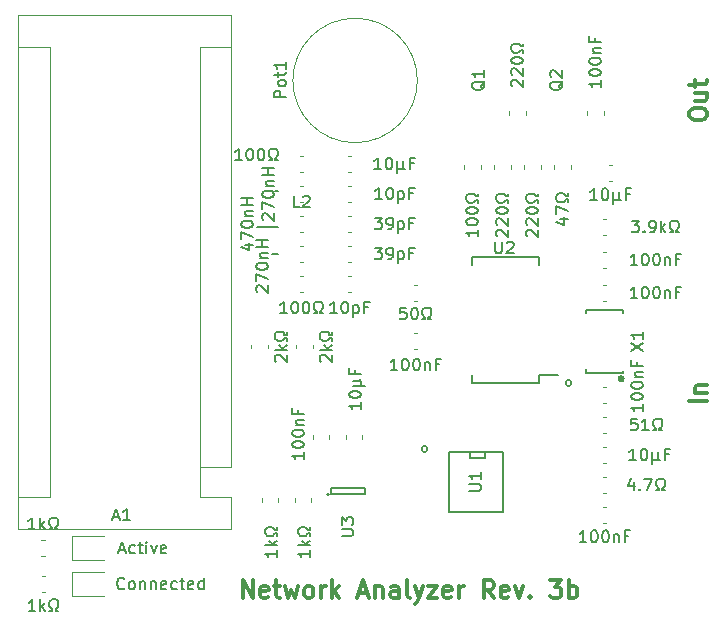
<source format=gbr>
G04 #@! TF.GenerationSoftware,KiCad,Pcbnew,6.0.0-rc1-unknown-0cca1c6~65~ubuntu16.04.1*
G04 #@! TF.CreationDate,2018-08-01T17:44:40+02:00*
G04 #@! TF.ProjectId,ArduinoSpecAn,41726475696E6F53706563416E2E6B69,1.0*
G04 #@! TF.SameCoordinates,Original*
G04 #@! TF.FileFunction,Legend,Top*
G04 #@! TF.FilePolarity,Positive*
%FSLAX46Y46*%
G04 Gerber Fmt 4.6, Leading zero omitted, Abs format (unit mm)*
G04 Created by KiCad (PCBNEW 6.0.0-rc1-unknown-0cca1c6~65~ubuntu16.04.1) date Wed Aug  1 17:44:40 2018*
%MOMM*%
%LPD*%
G01*
G04 APERTURE LIST*
%ADD10C,0.150000*%
%ADD11C,0.300000*%
%ADD12C,0.120000*%
G04 APERTURE END LIST*
D10*
X130048000Y-100838000D02*
X129794000Y-100838000D01*
X130048000Y-103886000D02*
X128270000Y-103886000D01*
X130048000Y-106172000D02*
X129540000Y-106172000D01*
X142748000Y-122682000D02*
G75*
G03X142748000Y-122682000I-254000J0D01*
G01*
X154940000Y-117094000D02*
G75*
G03X154940000Y-117094000I-254000J0D01*
G01*
X116618000Y-131230666D02*
X117094190Y-131230666D01*
X116522761Y-131516380D02*
X116856095Y-130516380D01*
X117189428Y-131516380D01*
X117951333Y-131468761D02*
X117856095Y-131516380D01*
X117665619Y-131516380D01*
X117570380Y-131468761D01*
X117522761Y-131421142D01*
X117475142Y-131325904D01*
X117475142Y-131040190D01*
X117522761Y-130944952D01*
X117570380Y-130897333D01*
X117665619Y-130849714D01*
X117856095Y-130849714D01*
X117951333Y-130897333D01*
X118237047Y-130849714D02*
X118618000Y-130849714D01*
X118379904Y-130516380D02*
X118379904Y-131373523D01*
X118427523Y-131468761D01*
X118522761Y-131516380D01*
X118618000Y-131516380D01*
X118951333Y-131516380D02*
X118951333Y-130849714D01*
X118951333Y-130516380D02*
X118903714Y-130564000D01*
X118951333Y-130611619D01*
X118998952Y-130564000D01*
X118951333Y-130516380D01*
X118951333Y-130611619D01*
X119332285Y-130849714D02*
X119570380Y-131516380D01*
X119808476Y-130849714D01*
X120570380Y-131468761D02*
X120475142Y-131516380D01*
X120284666Y-131516380D01*
X120189428Y-131468761D01*
X120141809Y-131373523D01*
X120141809Y-130992571D01*
X120189428Y-130897333D01*
X120284666Y-130849714D01*
X120475142Y-130849714D01*
X120570380Y-130897333D01*
X120618000Y-130992571D01*
X120618000Y-131087809D01*
X120141809Y-131183047D01*
X117070571Y-134469142D02*
X117022952Y-134516761D01*
X116880095Y-134564380D01*
X116784857Y-134564380D01*
X116642000Y-134516761D01*
X116546761Y-134421523D01*
X116499142Y-134326285D01*
X116451523Y-134135809D01*
X116451523Y-133992952D01*
X116499142Y-133802476D01*
X116546761Y-133707238D01*
X116642000Y-133612000D01*
X116784857Y-133564380D01*
X116880095Y-133564380D01*
X117022952Y-133612000D01*
X117070571Y-133659619D01*
X117642000Y-134564380D02*
X117546761Y-134516761D01*
X117499142Y-134469142D01*
X117451523Y-134373904D01*
X117451523Y-134088190D01*
X117499142Y-133992952D01*
X117546761Y-133945333D01*
X117642000Y-133897714D01*
X117784857Y-133897714D01*
X117880095Y-133945333D01*
X117927714Y-133992952D01*
X117975333Y-134088190D01*
X117975333Y-134373904D01*
X117927714Y-134469142D01*
X117880095Y-134516761D01*
X117784857Y-134564380D01*
X117642000Y-134564380D01*
X118403904Y-133897714D02*
X118403904Y-134564380D01*
X118403904Y-133992952D02*
X118451523Y-133945333D01*
X118546761Y-133897714D01*
X118689619Y-133897714D01*
X118784857Y-133945333D01*
X118832476Y-134040571D01*
X118832476Y-134564380D01*
X119308666Y-133897714D02*
X119308666Y-134564380D01*
X119308666Y-133992952D02*
X119356285Y-133945333D01*
X119451523Y-133897714D01*
X119594380Y-133897714D01*
X119689619Y-133945333D01*
X119737238Y-134040571D01*
X119737238Y-134564380D01*
X120594380Y-134516761D02*
X120499142Y-134564380D01*
X120308666Y-134564380D01*
X120213428Y-134516761D01*
X120165809Y-134421523D01*
X120165809Y-134040571D01*
X120213428Y-133945333D01*
X120308666Y-133897714D01*
X120499142Y-133897714D01*
X120594380Y-133945333D01*
X120642000Y-134040571D01*
X120642000Y-134135809D01*
X120165809Y-134231047D01*
X121499142Y-134516761D02*
X121403904Y-134564380D01*
X121213428Y-134564380D01*
X121118190Y-134516761D01*
X121070571Y-134469142D01*
X121022952Y-134373904D01*
X121022952Y-134088190D01*
X121070571Y-133992952D01*
X121118190Y-133945333D01*
X121213428Y-133897714D01*
X121403904Y-133897714D01*
X121499142Y-133945333D01*
X121784857Y-133897714D02*
X122165809Y-133897714D01*
X121927714Y-133564380D02*
X121927714Y-134421523D01*
X121975333Y-134516761D01*
X122070571Y-134564380D01*
X122165809Y-134564380D01*
X122880095Y-134516761D02*
X122784857Y-134564380D01*
X122594380Y-134564380D01*
X122499142Y-134516761D01*
X122451523Y-134421523D01*
X122451523Y-134040571D01*
X122499142Y-133945333D01*
X122594380Y-133897714D01*
X122784857Y-133897714D01*
X122880095Y-133945333D01*
X122927714Y-134040571D01*
X122927714Y-134135809D01*
X122451523Y-134231047D01*
X123784857Y-134564380D02*
X123784857Y-133564380D01*
X123784857Y-134516761D02*
X123689619Y-134564380D01*
X123499142Y-134564380D01*
X123403904Y-134516761D01*
X123356285Y-134469142D01*
X123308666Y-134373904D01*
X123308666Y-134088190D01*
X123356285Y-133992952D01*
X123403904Y-133945333D01*
X123499142Y-133897714D01*
X123689619Y-133897714D01*
X123784857Y-133945333D01*
D11*
X127081142Y-135298571D02*
X127081142Y-133798571D01*
X127938285Y-135298571D01*
X127938285Y-133798571D01*
X129224000Y-135227142D02*
X129081142Y-135298571D01*
X128795428Y-135298571D01*
X128652571Y-135227142D01*
X128581142Y-135084285D01*
X128581142Y-134512857D01*
X128652571Y-134370000D01*
X128795428Y-134298571D01*
X129081142Y-134298571D01*
X129224000Y-134370000D01*
X129295428Y-134512857D01*
X129295428Y-134655714D01*
X128581142Y-134798571D01*
X129724000Y-134298571D02*
X130295428Y-134298571D01*
X129938285Y-133798571D02*
X129938285Y-135084285D01*
X130009714Y-135227142D01*
X130152571Y-135298571D01*
X130295428Y-135298571D01*
X130652571Y-134298571D02*
X130938285Y-135298571D01*
X131224000Y-134584285D01*
X131509714Y-135298571D01*
X131795428Y-134298571D01*
X132581142Y-135298571D02*
X132438285Y-135227142D01*
X132366857Y-135155714D01*
X132295428Y-135012857D01*
X132295428Y-134584285D01*
X132366857Y-134441428D01*
X132438285Y-134370000D01*
X132581142Y-134298571D01*
X132795428Y-134298571D01*
X132938285Y-134370000D01*
X133009714Y-134441428D01*
X133081142Y-134584285D01*
X133081142Y-135012857D01*
X133009714Y-135155714D01*
X132938285Y-135227142D01*
X132795428Y-135298571D01*
X132581142Y-135298571D01*
X133724000Y-135298571D02*
X133724000Y-134298571D01*
X133724000Y-134584285D02*
X133795428Y-134441428D01*
X133866857Y-134370000D01*
X134009714Y-134298571D01*
X134152571Y-134298571D01*
X134652571Y-135298571D02*
X134652571Y-133798571D01*
X134795428Y-134727142D02*
X135224000Y-135298571D01*
X135224000Y-134298571D02*
X134652571Y-134870000D01*
X136938285Y-134870000D02*
X137652571Y-134870000D01*
X136795428Y-135298571D02*
X137295428Y-133798571D01*
X137795428Y-135298571D01*
X138295428Y-134298571D02*
X138295428Y-135298571D01*
X138295428Y-134441428D02*
X138366857Y-134370000D01*
X138509714Y-134298571D01*
X138724000Y-134298571D01*
X138866857Y-134370000D01*
X138938285Y-134512857D01*
X138938285Y-135298571D01*
X140295428Y-135298571D02*
X140295428Y-134512857D01*
X140224000Y-134370000D01*
X140081142Y-134298571D01*
X139795428Y-134298571D01*
X139652571Y-134370000D01*
X140295428Y-135227142D02*
X140152571Y-135298571D01*
X139795428Y-135298571D01*
X139652571Y-135227142D01*
X139581142Y-135084285D01*
X139581142Y-134941428D01*
X139652571Y-134798571D01*
X139795428Y-134727142D01*
X140152571Y-134727142D01*
X140295428Y-134655714D01*
X141224000Y-135298571D02*
X141081142Y-135227142D01*
X141009714Y-135084285D01*
X141009714Y-133798571D01*
X141652571Y-134298571D02*
X142009714Y-135298571D01*
X142366857Y-134298571D02*
X142009714Y-135298571D01*
X141866857Y-135655714D01*
X141795428Y-135727142D01*
X141652571Y-135798571D01*
X142795428Y-134298571D02*
X143581142Y-134298571D01*
X142795428Y-135298571D01*
X143581142Y-135298571D01*
X144724000Y-135227142D02*
X144581142Y-135298571D01*
X144295428Y-135298571D01*
X144152571Y-135227142D01*
X144081142Y-135084285D01*
X144081142Y-134512857D01*
X144152571Y-134370000D01*
X144295428Y-134298571D01*
X144581142Y-134298571D01*
X144724000Y-134370000D01*
X144795428Y-134512857D01*
X144795428Y-134655714D01*
X144081142Y-134798571D01*
X145438285Y-135298571D02*
X145438285Y-134298571D01*
X145438285Y-134584285D02*
X145509714Y-134441428D01*
X145581142Y-134370000D01*
X145724000Y-134298571D01*
X145866857Y-134298571D01*
X148366857Y-135298571D02*
X147866857Y-134584285D01*
X147509714Y-135298571D02*
X147509714Y-133798571D01*
X148081142Y-133798571D01*
X148224000Y-133870000D01*
X148295428Y-133941428D01*
X148366857Y-134084285D01*
X148366857Y-134298571D01*
X148295428Y-134441428D01*
X148224000Y-134512857D01*
X148081142Y-134584285D01*
X147509714Y-134584285D01*
X149581142Y-135227142D02*
X149438285Y-135298571D01*
X149152571Y-135298571D01*
X149009714Y-135227142D01*
X148938285Y-135084285D01*
X148938285Y-134512857D01*
X149009714Y-134370000D01*
X149152571Y-134298571D01*
X149438285Y-134298571D01*
X149581142Y-134370000D01*
X149652571Y-134512857D01*
X149652571Y-134655714D01*
X148938285Y-134798571D01*
X150152571Y-134298571D02*
X150509714Y-135298571D01*
X150866857Y-134298571D01*
X151438285Y-135155714D02*
X151509714Y-135227142D01*
X151438285Y-135298571D01*
X151366857Y-135227142D01*
X151438285Y-135155714D01*
X151438285Y-135298571D01*
X153152571Y-133798571D02*
X154081142Y-133798571D01*
X153581142Y-134370000D01*
X153795428Y-134370000D01*
X153938285Y-134441428D01*
X154009714Y-134512857D01*
X154081142Y-134655714D01*
X154081142Y-135012857D01*
X154009714Y-135155714D01*
X153938285Y-135227142D01*
X153795428Y-135298571D01*
X153366857Y-135298571D01*
X153224000Y-135227142D01*
X153152571Y-135155714D01*
X154724000Y-135298571D02*
X154724000Y-133798571D01*
X154724000Y-134370000D02*
X154866857Y-134298571D01*
X155152571Y-134298571D01*
X155295428Y-134370000D01*
X155366857Y-134441428D01*
X155438285Y-134584285D01*
X155438285Y-135012857D01*
X155366857Y-135155714D01*
X155295428Y-135227142D01*
X155152571Y-135298571D01*
X154866857Y-135298571D01*
X154724000Y-135227142D01*
X166413571Y-118661571D02*
X164913571Y-118661571D01*
X165413571Y-117947285D02*
X166413571Y-117947285D01*
X165556428Y-117947285D02*
X165485000Y-117875857D01*
X165413571Y-117733000D01*
X165413571Y-117518714D01*
X165485000Y-117375857D01*
X165627857Y-117304428D01*
X166413571Y-117304428D01*
X164922318Y-94473704D02*
X164920323Y-94187996D01*
X164990752Y-94044644D01*
X165132609Y-93900793D01*
X165417817Y-93827372D01*
X165917805Y-93823881D01*
X166204011Y-93893313D01*
X166347862Y-94035169D01*
X166420286Y-94177524D01*
X166422281Y-94463232D01*
X166351851Y-94606584D01*
X166209995Y-94750435D01*
X165924786Y-94823857D01*
X165424799Y-94827347D01*
X165138593Y-94757915D01*
X164994742Y-94616059D01*
X164922318Y-94473704D01*
X165408841Y-92541689D02*
X166408817Y-92534707D01*
X165413329Y-93184530D02*
X166199025Y-93179045D01*
X166341380Y-93106621D01*
X166411809Y-92963268D01*
X166410313Y-92748988D01*
X166337889Y-92606633D01*
X166265963Y-92535705D01*
X165405351Y-92041701D02*
X165401362Y-91470286D01*
X164903867Y-91830911D02*
X166189550Y-91821935D01*
X166331905Y-91749511D01*
X166402335Y-91606159D01*
X166401337Y-91463305D01*
D12*
G04 #@! TO.C,C15*
X133021000Y-121816000D02*
X133021000Y-121516000D01*
X134441000Y-121816000D02*
X134441000Y-121516000D01*
G04 #@! TO.C,C14*
X141882000Y-112828000D02*
X141582000Y-112828000D01*
X141882000Y-114248000D02*
X141582000Y-114248000D01*
G04 #@! TO.C,C13*
X157682000Y-94084000D02*
X157682000Y-94384000D01*
X156262000Y-94084000D02*
X156262000Y-94384000D01*
G04 #@! TO.C,C12*
X157584000Y-107390000D02*
X157884000Y-107390000D01*
X157584000Y-105970000D02*
X157884000Y-105970000D01*
G04 #@! TO.C,C11*
X157584000Y-108764000D02*
X157884000Y-108764000D01*
X157584000Y-110184000D02*
X157884000Y-110184000D01*
G04 #@! TO.C,C10*
X135994000Y-101802000D02*
X136294000Y-101802000D01*
X135994000Y-100382000D02*
X136294000Y-100382000D01*
G04 #@! TO.C,C9*
X135994000Y-102922000D02*
X136294000Y-102922000D01*
X135994000Y-104342000D02*
X136294000Y-104342000D01*
G04 #@! TO.C,C8*
X135994000Y-106882000D02*
X136294000Y-106882000D01*
X135994000Y-105462000D02*
X136294000Y-105462000D01*
G04 #@! TO.C,C7*
X135994000Y-108002000D02*
X136294000Y-108002000D01*
X135994000Y-109422000D02*
X136294000Y-109422000D01*
G04 #@! TO.C,C6*
X158092000Y-100024000D02*
X158392000Y-100024000D01*
X158092000Y-98604000D02*
X158392000Y-98604000D01*
G04 #@! TO.C,C5*
X157584000Y-127560000D02*
X157884000Y-127560000D01*
X157584000Y-128980000D02*
X157884000Y-128980000D01*
G04 #@! TO.C,C4*
X157884000Y-122480000D02*
X157584000Y-122480000D01*
X157884000Y-123900000D02*
X157584000Y-123900000D01*
G04 #@! TO.C,C3*
X135994000Y-97842000D02*
X136294000Y-97842000D01*
X135994000Y-99262000D02*
X136294000Y-99262000D01*
G04 #@! TO.C,C2*
X135815000Y-121516000D02*
X135815000Y-121816000D01*
X137235000Y-121516000D02*
X137235000Y-121816000D01*
G04 #@! TO.C,C1*
X157584000Y-117400000D02*
X157884000Y-117400000D01*
X157584000Y-118820000D02*
X157884000Y-118820000D01*
G04 #@! TO.C,L2*
X131930000Y-102922000D02*
X132230000Y-102922000D01*
X131930000Y-104342000D02*
X132230000Y-104342000D01*
G04 #@! TO.C,L1*
X131930000Y-106882000D02*
X132230000Y-106882000D01*
X131930000Y-105462000D02*
X132230000Y-105462000D01*
G04 #@! TO.C,L3*
X131930000Y-100382000D02*
X132230000Y-100382000D01*
X131930000Y-101802000D02*
X132230000Y-101802000D01*
G04 #@! TO.C,R13*
X132230000Y-99262000D02*
X131930000Y-99262000D01*
X132230000Y-97842000D02*
X131930000Y-97842000D01*
G04 #@! TO.C,R11*
X130123000Y-127150000D02*
X130123000Y-126850000D01*
X128703000Y-127150000D02*
X128703000Y-126850000D01*
G04 #@! TO.C,R10*
X132230000Y-109422000D02*
X131930000Y-109422000D01*
X132230000Y-108002000D02*
X131930000Y-108002000D01*
G04 #@! TO.C,R9*
X141882000Y-108764000D02*
X141582000Y-108764000D01*
X141882000Y-110184000D02*
X141582000Y-110184000D01*
G04 #@! TO.C,R8*
X154888000Y-98656000D02*
X154888000Y-98956000D01*
X153468000Y-98656000D02*
X153468000Y-98956000D01*
G04 #@! TO.C,R6*
X148388000Y-98656000D02*
X148388000Y-98956000D01*
X149808000Y-98656000D02*
X149808000Y-98956000D01*
G04 #@! TO.C,R5*
X151078000Y-94084000D02*
X151078000Y-94384000D01*
X149658000Y-94084000D02*
X149658000Y-94384000D01*
G04 #@! TO.C,R4*
X145848000Y-98656000D02*
X145848000Y-98956000D01*
X147268000Y-98656000D02*
X147268000Y-98956000D01*
G04 #@! TO.C,R12*
X132917000Y-126850000D02*
X132917000Y-127150000D01*
X131497000Y-126850000D02*
X131497000Y-127150000D01*
G04 #@! TO.C,R14*
X133044000Y-114169500D02*
X133044000Y-113869500D01*
X131624000Y-114169500D02*
X131624000Y-113869500D01*
G04 #@! TO.C,R2*
X157584000Y-119940000D02*
X157884000Y-119940000D01*
X157584000Y-121360000D02*
X157884000Y-121360000D01*
G04 #@! TO.C,R1*
X157584000Y-104596000D02*
X157884000Y-104596000D01*
X157584000Y-103176000D02*
X157884000Y-103176000D01*
G04 #@! TO.C,R15*
X127814000Y-114169500D02*
X127814000Y-113869500D01*
X129234000Y-114169500D02*
X129234000Y-113869500D01*
G04 #@! TO.C,R3*
X157584000Y-126440000D02*
X157884000Y-126440000D01*
X157584000Y-125020000D02*
X157884000Y-125020000D01*
G04 #@! TO.C,R7*
X152348000Y-98656000D02*
X152348000Y-98956000D01*
X150928000Y-98656000D02*
X150928000Y-98956000D01*
D10*
G04 #@! TO.C,U1*
X149098000Y-122936000D02*
X149098000Y-128016000D01*
X149098000Y-128016000D02*
X144526000Y-128016000D01*
X144526000Y-128016000D02*
X144526000Y-122936000D01*
X144526000Y-122936000D02*
X149098000Y-122936000D01*
X147574000Y-122936000D02*
X147574000Y-123444000D01*
X147574000Y-123444000D02*
X146304000Y-123444000D01*
X146304000Y-123444000D02*
X146304000Y-122936000D01*
G04 #@! TO.C,U2*
X152227000Y-117085000D02*
X152227000Y-116435000D01*
X146477000Y-117085000D02*
X146477000Y-116435000D01*
X146477000Y-106435000D02*
X146477000Y-107085000D01*
X152227000Y-106435000D02*
X152227000Y-107085000D01*
X152227000Y-117085000D02*
X146477000Y-117085000D01*
X152227000Y-106435000D02*
X146477000Y-106435000D01*
X152227000Y-116435000D02*
X153827000Y-116435000D01*
G04 #@! TO.C,U3*
X134417000Y-126538000D02*
G75*
G03X134417000Y-126538000I-100000J0D01*
G01*
X134567000Y-125988000D02*
X134567000Y-126488000D01*
X137467000Y-125988000D02*
X134567000Y-125988000D01*
X137467000Y-126488000D02*
X137467000Y-125988000D01*
X134567000Y-126488000D02*
X137467000Y-126488000D01*
G04 #@! TO.C,X1*
X159234000Y-116738000D02*
X159034000Y-116738000D01*
X159234000Y-116738000D02*
G75*
G03X159234000Y-116738000I-100000J0D01*
G01*
X159275421Y-116738000D02*
G75*
G03X159275421Y-116738000I-141421J0D01*
G01*
X159357607Y-116738000D02*
G75*
G03X159357607Y-116738000I-223607J0D01*
G01*
X159334000Y-111038000D02*
X159334000Y-111138000D01*
X159334000Y-111038000D02*
X159334000Y-110938000D01*
X159334000Y-110938000D02*
X159234000Y-110938000D01*
X156134000Y-111138000D02*
X156134000Y-110938000D01*
X156134000Y-110938000D02*
X159234000Y-110938000D01*
X156134000Y-115938000D02*
X156134000Y-116238000D01*
X156134000Y-116238000D02*
X159334000Y-116238000D01*
X159334000Y-116238000D02*
X159334000Y-116038000D01*
D12*
G04 #@! TO.C,A1*
X123444000Y-124206000D02*
X123444000Y-126746000D01*
X123444000Y-126746000D02*
X126114000Y-126746000D01*
X126114000Y-124206000D02*
X126114000Y-85976000D01*
X126114000Y-129416000D02*
X126114000Y-126746000D01*
X110744000Y-126746000D02*
X108074000Y-126746000D01*
X110744000Y-126746000D02*
X110744000Y-88646000D01*
X110744000Y-88646000D02*
X108074000Y-88646000D01*
X123444000Y-124206000D02*
X126114000Y-124206000D01*
X123444000Y-124206000D02*
X123444000Y-88646000D01*
X123444000Y-88646000D02*
X126114000Y-88646000D01*
X126114000Y-85976000D02*
X108074000Y-85976000D01*
X108074000Y-85976000D02*
X108074000Y-129416000D01*
X108074000Y-129416000D02*
X126114000Y-129416000D01*
G04 #@! TO.C,D1*
X115361000Y-130054000D02*
X112661000Y-130054000D01*
X112661000Y-130054000D02*
X112661000Y-132074000D01*
X112661000Y-132074000D02*
X115361000Y-132074000D01*
G04 #@! TO.C,D2*
X112661000Y-135122000D02*
X115361000Y-135122000D01*
X112661000Y-133102000D02*
X112661000Y-135122000D01*
X115361000Y-133102000D02*
X112661000Y-133102000D01*
G04 #@! TO.C,R16*
X110059500Y-130354000D02*
X110359500Y-130354000D01*
X110059500Y-131774000D02*
X110359500Y-131774000D01*
G04 #@! TO.C,R17*
X110086000Y-134822000D02*
X110386000Y-134822000D01*
X110086000Y-133402000D02*
X110386000Y-133402000D01*
G04 #@! TO.C,Pot1*
X141883000Y-91480000D02*
G75*
G03X141883000Y-91480000I-5270000J0D01*
G01*
G04 #@! TO.C,C15*
D10*
X132278380Y-122959619D02*
X132278380Y-123531047D01*
X132278380Y-123245333D02*
X131278380Y-123245333D01*
X131421238Y-123340571D01*
X131516476Y-123435809D01*
X131564095Y-123531047D01*
X131278380Y-122340571D02*
X131278380Y-122245333D01*
X131326000Y-122150095D01*
X131373619Y-122102476D01*
X131468857Y-122054857D01*
X131659333Y-122007238D01*
X131897428Y-122007238D01*
X132087904Y-122054857D01*
X132183142Y-122102476D01*
X132230761Y-122150095D01*
X132278380Y-122245333D01*
X132278380Y-122340571D01*
X132230761Y-122435809D01*
X132183142Y-122483428D01*
X132087904Y-122531047D01*
X131897428Y-122578666D01*
X131659333Y-122578666D01*
X131468857Y-122531047D01*
X131373619Y-122483428D01*
X131326000Y-122435809D01*
X131278380Y-122340571D01*
X131278380Y-121388190D02*
X131278380Y-121292952D01*
X131326000Y-121197714D01*
X131373619Y-121150095D01*
X131468857Y-121102476D01*
X131659333Y-121054857D01*
X131897428Y-121054857D01*
X132087904Y-121102476D01*
X132183142Y-121150095D01*
X132230761Y-121197714D01*
X132278380Y-121292952D01*
X132278380Y-121388190D01*
X132230761Y-121483428D01*
X132183142Y-121531047D01*
X132087904Y-121578666D01*
X131897428Y-121626285D01*
X131659333Y-121626285D01*
X131468857Y-121578666D01*
X131373619Y-121531047D01*
X131326000Y-121483428D01*
X131278380Y-121388190D01*
X131611714Y-120626285D02*
X132278380Y-120626285D01*
X131706952Y-120626285D02*
X131659333Y-120578666D01*
X131611714Y-120483428D01*
X131611714Y-120340571D01*
X131659333Y-120245333D01*
X131754571Y-120197714D01*
X132278380Y-120197714D01*
X131754571Y-119388190D02*
X131754571Y-119721523D01*
X132278380Y-119721523D02*
X131278380Y-119721523D01*
X131278380Y-119245333D01*
G04 #@! TO.C,C14*
X140184380Y-116022380D02*
X139612952Y-116022380D01*
X139898666Y-116022380D02*
X139898666Y-115022380D01*
X139803428Y-115165238D01*
X139708190Y-115260476D01*
X139612952Y-115308095D01*
X140803428Y-115022380D02*
X140898666Y-115022380D01*
X140993904Y-115070000D01*
X141041523Y-115117619D01*
X141089142Y-115212857D01*
X141136761Y-115403333D01*
X141136761Y-115641428D01*
X141089142Y-115831904D01*
X141041523Y-115927142D01*
X140993904Y-115974761D01*
X140898666Y-116022380D01*
X140803428Y-116022380D01*
X140708190Y-115974761D01*
X140660571Y-115927142D01*
X140612952Y-115831904D01*
X140565333Y-115641428D01*
X140565333Y-115403333D01*
X140612952Y-115212857D01*
X140660571Y-115117619D01*
X140708190Y-115070000D01*
X140803428Y-115022380D01*
X141755809Y-115022380D02*
X141851047Y-115022380D01*
X141946285Y-115070000D01*
X141993904Y-115117619D01*
X142041523Y-115212857D01*
X142089142Y-115403333D01*
X142089142Y-115641428D01*
X142041523Y-115831904D01*
X141993904Y-115927142D01*
X141946285Y-115974761D01*
X141851047Y-116022380D01*
X141755809Y-116022380D01*
X141660571Y-115974761D01*
X141612952Y-115927142D01*
X141565333Y-115831904D01*
X141517714Y-115641428D01*
X141517714Y-115403333D01*
X141565333Y-115212857D01*
X141612952Y-115117619D01*
X141660571Y-115070000D01*
X141755809Y-115022380D01*
X142517714Y-115355714D02*
X142517714Y-116022380D01*
X142517714Y-115450952D02*
X142565333Y-115403333D01*
X142660571Y-115355714D01*
X142803428Y-115355714D01*
X142898666Y-115403333D01*
X142946285Y-115498571D01*
X142946285Y-116022380D01*
X143755809Y-115498571D02*
X143422476Y-115498571D01*
X143422476Y-116022380D02*
X143422476Y-115022380D01*
X143898666Y-115022380D01*
G04 #@! TO.C,C13*
X157424380Y-91463619D02*
X157424380Y-92035047D01*
X157424380Y-91749333D02*
X156424380Y-91749333D01*
X156567238Y-91844571D01*
X156662476Y-91939809D01*
X156710095Y-92035047D01*
X156424380Y-90844571D02*
X156424380Y-90749333D01*
X156472000Y-90654095D01*
X156519619Y-90606476D01*
X156614857Y-90558857D01*
X156805333Y-90511238D01*
X157043428Y-90511238D01*
X157233904Y-90558857D01*
X157329142Y-90606476D01*
X157376761Y-90654095D01*
X157424380Y-90749333D01*
X157424380Y-90844571D01*
X157376761Y-90939809D01*
X157329142Y-90987428D01*
X157233904Y-91035047D01*
X157043428Y-91082666D01*
X156805333Y-91082666D01*
X156614857Y-91035047D01*
X156519619Y-90987428D01*
X156472000Y-90939809D01*
X156424380Y-90844571D01*
X156424380Y-89892190D02*
X156424380Y-89796952D01*
X156472000Y-89701714D01*
X156519619Y-89654095D01*
X156614857Y-89606476D01*
X156805333Y-89558857D01*
X157043428Y-89558857D01*
X157233904Y-89606476D01*
X157329142Y-89654095D01*
X157376761Y-89701714D01*
X157424380Y-89796952D01*
X157424380Y-89892190D01*
X157376761Y-89987428D01*
X157329142Y-90035047D01*
X157233904Y-90082666D01*
X157043428Y-90130285D01*
X156805333Y-90130285D01*
X156614857Y-90082666D01*
X156519619Y-90035047D01*
X156472000Y-89987428D01*
X156424380Y-89892190D01*
X156757714Y-89130285D02*
X157424380Y-89130285D01*
X156852952Y-89130285D02*
X156805333Y-89082666D01*
X156757714Y-88987428D01*
X156757714Y-88844571D01*
X156805333Y-88749333D01*
X156900571Y-88701714D01*
X157424380Y-88701714D01*
X156900571Y-87892190D02*
X156900571Y-88225523D01*
X157424380Y-88225523D02*
X156424380Y-88225523D01*
X156424380Y-87749333D01*
G04 #@! TO.C,C12*
X160504380Y-107132380D02*
X159932952Y-107132380D01*
X160218666Y-107132380D02*
X160218666Y-106132380D01*
X160123428Y-106275238D01*
X160028190Y-106370476D01*
X159932952Y-106418095D01*
X161123428Y-106132380D02*
X161218666Y-106132380D01*
X161313904Y-106180000D01*
X161361523Y-106227619D01*
X161409142Y-106322857D01*
X161456761Y-106513333D01*
X161456761Y-106751428D01*
X161409142Y-106941904D01*
X161361523Y-107037142D01*
X161313904Y-107084761D01*
X161218666Y-107132380D01*
X161123428Y-107132380D01*
X161028190Y-107084761D01*
X160980571Y-107037142D01*
X160932952Y-106941904D01*
X160885333Y-106751428D01*
X160885333Y-106513333D01*
X160932952Y-106322857D01*
X160980571Y-106227619D01*
X161028190Y-106180000D01*
X161123428Y-106132380D01*
X162075809Y-106132380D02*
X162171047Y-106132380D01*
X162266285Y-106180000D01*
X162313904Y-106227619D01*
X162361523Y-106322857D01*
X162409142Y-106513333D01*
X162409142Y-106751428D01*
X162361523Y-106941904D01*
X162313904Y-107037142D01*
X162266285Y-107084761D01*
X162171047Y-107132380D01*
X162075809Y-107132380D01*
X161980571Y-107084761D01*
X161932952Y-107037142D01*
X161885333Y-106941904D01*
X161837714Y-106751428D01*
X161837714Y-106513333D01*
X161885333Y-106322857D01*
X161932952Y-106227619D01*
X161980571Y-106180000D01*
X162075809Y-106132380D01*
X162837714Y-106465714D02*
X162837714Y-107132380D01*
X162837714Y-106560952D02*
X162885333Y-106513333D01*
X162980571Y-106465714D01*
X163123428Y-106465714D01*
X163218666Y-106513333D01*
X163266285Y-106608571D01*
X163266285Y-107132380D01*
X164075809Y-106608571D02*
X163742476Y-106608571D01*
X163742476Y-107132380D02*
X163742476Y-106132380D01*
X164218666Y-106132380D01*
G04 #@! TO.C,C11*
X160504380Y-109926380D02*
X159932952Y-109926380D01*
X160218666Y-109926380D02*
X160218666Y-108926380D01*
X160123428Y-109069238D01*
X160028190Y-109164476D01*
X159932952Y-109212095D01*
X161123428Y-108926380D02*
X161218666Y-108926380D01*
X161313904Y-108974000D01*
X161361523Y-109021619D01*
X161409142Y-109116857D01*
X161456761Y-109307333D01*
X161456761Y-109545428D01*
X161409142Y-109735904D01*
X161361523Y-109831142D01*
X161313904Y-109878761D01*
X161218666Y-109926380D01*
X161123428Y-109926380D01*
X161028190Y-109878761D01*
X160980571Y-109831142D01*
X160932952Y-109735904D01*
X160885333Y-109545428D01*
X160885333Y-109307333D01*
X160932952Y-109116857D01*
X160980571Y-109021619D01*
X161028190Y-108974000D01*
X161123428Y-108926380D01*
X162075809Y-108926380D02*
X162171047Y-108926380D01*
X162266285Y-108974000D01*
X162313904Y-109021619D01*
X162361523Y-109116857D01*
X162409142Y-109307333D01*
X162409142Y-109545428D01*
X162361523Y-109735904D01*
X162313904Y-109831142D01*
X162266285Y-109878761D01*
X162171047Y-109926380D01*
X162075809Y-109926380D01*
X161980571Y-109878761D01*
X161932952Y-109831142D01*
X161885333Y-109735904D01*
X161837714Y-109545428D01*
X161837714Y-109307333D01*
X161885333Y-109116857D01*
X161932952Y-109021619D01*
X161980571Y-108974000D01*
X162075809Y-108926380D01*
X162837714Y-109259714D02*
X162837714Y-109926380D01*
X162837714Y-109354952D02*
X162885333Y-109307333D01*
X162980571Y-109259714D01*
X163123428Y-109259714D01*
X163218666Y-109307333D01*
X163266285Y-109402571D01*
X163266285Y-109926380D01*
X164075809Y-109402571D02*
X163742476Y-109402571D01*
X163742476Y-109926380D02*
X163742476Y-108926380D01*
X164218666Y-108926380D01*
G04 #@! TO.C,C10*
X138882571Y-101544380D02*
X138311142Y-101544380D01*
X138596857Y-101544380D02*
X138596857Y-100544380D01*
X138501619Y-100687238D01*
X138406380Y-100782476D01*
X138311142Y-100830095D01*
X139501619Y-100544380D02*
X139596857Y-100544380D01*
X139692095Y-100592000D01*
X139739714Y-100639619D01*
X139787333Y-100734857D01*
X139834952Y-100925333D01*
X139834952Y-101163428D01*
X139787333Y-101353904D01*
X139739714Y-101449142D01*
X139692095Y-101496761D01*
X139596857Y-101544380D01*
X139501619Y-101544380D01*
X139406380Y-101496761D01*
X139358761Y-101449142D01*
X139311142Y-101353904D01*
X139263523Y-101163428D01*
X139263523Y-100925333D01*
X139311142Y-100734857D01*
X139358761Y-100639619D01*
X139406380Y-100592000D01*
X139501619Y-100544380D01*
X140263523Y-100877714D02*
X140263523Y-101877714D01*
X140263523Y-100925333D02*
X140358761Y-100877714D01*
X140549238Y-100877714D01*
X140644476Y-100925333D01*
X140692095Y-100972952D01*
X140739714Y-101068190D01*
X140739714Y-101353904D01*
X140692095Y-101449142D01*
X140644476Y-101496761D01*
X140549238Y-101544380D01*
X140358761Y-101544380D01*
X140263523Y-101496761D01*
X141501619Y-101020571D02*
X141168285Y-101020571D01*
X141168285Y-101544380D02*
X141168285Y-100544380D01*
X141644476Y-100544380D01*
G04 #@! TO.C,C9*
X138263523Y-103084380D02*
X138882571Y-103084380D01*
X138549238Y-103465333D01*
X138692095Y-103465333D01*
X138787333Y-103512952D01*
X138834952Y-103560571D01*
X138882571Y-103655809D01*
X138882571Y-103893904D01*
X138834952Y-103989142D01*
X138787333Y-104036761D01*
X138692095Y-104084380D01*
X138406380Y-104084380D01*
X138311142Y-104036761D01*
X138263523Y-103989142D01*
X139358761Y-104084380D02*
X139549238Y-104084380D01*
X139644476Y-104036761D01*
X139692095Y-103989142D01*
X139787333Y-103846285D01*
X139834952Y-103655809D01*
X139834952Y-103274857D01*
X139787333Y-103179619D01*
X139739714Y-103132000D01*
X139644476Y-103084380D01*
X139454000Y-103084380D01*
X139358761Y-103132000D01*
X139311142Y-103179619D01*
X139263523Y-103274857D01*
X139263523Y-103512952D01*
X139311142Y-103608190D01*
X139358761Y-103655809D01*
X139454000Y-103703428D01*
X139644476Y-103703428D01*
X139739714Y-103655809D01*
X139787333Y-103608190D01*
X139834952Y-103512952D01*
X140263523Y-103417714D02*
X140263523Y-104417714D01*
X140263523Y-103465333D02*
X140358761Y-103417714D01*
X140549238Y-103417714D01*
X140644476Y-103465333D01*
X140692095Y-103512952D01*
X140739714Y-103608190D01*
X140739714Y-103893904D01*
X140692095Y-103989142D01*
X140644476Y-104036761D01*
X140549238Y-104084380D01*
X140358761Y-104084380D01*
X140263523Y-104036761D01*
X141501619Y-103560571D02*
X141168285Y-103560571D01*
X141168285Y-104084380D02*
X141168285Y-103084380D01*
X141644476Y-103084380D01*
G04 #@! TO.C,C8*
X138263523Y-105624380D02*
X138882571Y-105624380D01*
X138549238Y-106005333D01*
X138692095Y-106005333D01*
X138787333Y-106052952D01*
X138834952Y-106100571D01*
X138882571Y-106195809D01*
X138882571Y-106433904D01*
X138834952Y-106529142D01*
X138787333Y-106576761D01*
X138692095Y-106624380D01*
X138406380Y-106624380D01*
X138311142Y-106576761D01*
X138263523Y-106529142D01*
X139358761Y-106624380D02*
X139549238Y-106624380D01*
X139644476Y-106576761D01*
X139692095Y-106529142D01*
X139787333Y-106386285D01*
X139834952Y-106195809D01*
X139834952Y-105814857D01*
X139787333Y-105719619D01*
X139739714Y-105672000D01*
X139644476Y-105624380D01*
X139454000Y-105624380D01*
X139358761Y-105672000D01*
X139311142Y-105719619D01*
X139263523Y-105814857D01*
X139263523Y-106052952D01*
X139311142Y-106148190D01*
X139358761Y-106195809D01*
X139454000Y-106243428D01*
X139644476Y-106243428D01*
X139739714Y-106195809D01*
X139787333Y-106148190D01*
X139834952Y-106052952D01*
X140263523Y-105957714D02*
X140263523Y-106957714D01*
X140263523Y-106005333D02*
X140358761Y-105957714D01*
X140549238Y-105957714D01*
X140644476Y-106005333D01*
X140692095Y-106052952D01*
X140739714Y-106148190D01*
X140739714Y-106433904D01*
X140692095Y-106529142D01*
X140644476Y-106576761D01*
X140549238Y-106624380D01*
X140358761Y-106624380D01*
X140263523Y-106576761D01*
X141501619Y-106100571D02*
X141168285Y-106100571D01*
X141168285Y-106624380D02*
X141168285Y-105624380D01*
X141644476Y-105624380D01*
G04 #@! TO.C,C7*
X135072571Y-111196380D02*
X134501142Y-111196380D01*
X134786857Y-111196380D02*
X134786857Y-110196380D01*
X134691619Y-110339238D01*
X134596380Y-110434476D01*
X134501142Y-110482095D01*
X135691619Y-110196380D02*
X135786857Y-110196380D01*
X135882095Y-110244000D01*
X135929714Y-110291619D01*
X135977333Y-110386857D01*
X136024952Y-110577333D01*
X136024952Y-110815428D01*
X135977333Y-111005904D01*
X135929714Y-111101142D01*
X135882095Y-111148761D01*
X135786857Y-111196380D01*
X135691619Y-111196380D01*
X135596380Y-111148761D01*
X135548761Y-111101142D01*
X135501142Y-111005904D01*
X135453523Y-110815428D01*
X135453523Y-110577333D01*
X135501142Y-110386857D01*
X135548761Y-110291619D01*
X135596380Y-110244000D01*
X135691619Y-110196380D01*
X136453523Y-110529714D02*
X136453523Y-111529714D01*
X136453523Y-110577333D02*
X136548761Y-110529714D01*
X136739238Y-110529714D01*
X136834476Y-110577333D01*
X136882095Y-110624952D01*
X136929714Y-110720190D01*
X136929714Y-111005904D01*
X136882095Y-111101142D01*
X136834476Y-111148761D01*
X136739238Y-111196380D01*
X136548761Y-111196380D01*
X136453523Y-111148761D01*
X137691619Y-110672571D02*
X137358285Y-110672571D01*
X137358285Y-111196380D02*
X137358285Y-110196380D01*
X137834476Y-110196380D01*
G04 #@! TO.C,C6*
X157099142Y-101616380D02*
X156527714Y-101616380D01*
X156813428Y-101616380D02*
X156813428Y-100616380D01*
X156718190Y-100759238D01*
X156622952Y-100854476D01*
X156527714Y-100902095D01*
X157718190Y-100616380D02*
X157813428Y-100616380D01*
X157908666Y-100664000D01*
X157956285Y-100711619D01*
X158003904Y-100806857D01*
X158051523Y-100997333D01*
X158051523Y-101235428D01*
X158003904Y-101425904D01*
X157956285Y-101521142D01*
X157908666Y-101568761D01*
X157813428Y-101616380D01*
X157718190Y-101616380D01*
X157622952Y-101568761D01*
X157575333Y-101521142D01*
X157527714Y-101425904D01*
X157480095Y-101235428D01*
X157480095Y-100997333D01*
X157527714Y-100806857D01*
X157575333Y-100711619D01*
X157622952Y-100664000D01*
X157718190Y-100616380D01*
X158480095Y-100949714D02*
X158480095Y-101949714D01*
X158956285Y-101473523D02*
X159003904Y-101568761D01*
X159099142Y-101616380D01*
X158480095Y-101473523D02*
X158527714Y-101568761D01*
X158622952Y-101616380D01*
X158813428Y-101616380D01*
X158908666Y-101568761D01*
X158956285Y-101473523D01*
X158956285Y-100949714D01*
X159861047Y-101092571D02*
X159527714Y-101092571D01*
X159527714Y-101616380D02*
X159527714Y-100616380D01*
X160003904Y-100616380D01*
G04 #@! TO.C,C5*
X156186380Y-130572380D02*
X155614952Y-130572380D01*
X155900666Y-130572380D02*
X155900666Y-129572380D01*
X155805428Y-129715238D01*
X155710190Y-129810476D01*
X155614952Y-129858095D01*
X156805428Y-129572380D02*
X156900666Y-129572380D01*
X156995904Y-129620000D01*
X157043523Y-129667619D01*
X157091142Y-129762857D01*
X157138761Y-129953333D01*
X157138761Y-130191428D01*
X157091142Y-130381904D01*
X157043523Y-130477142D01*
X156995904Y-130524761D01*
X156900666Y-130572380D01*
X156805428Y-130572380D01*
X156710190Y-130524761D01*
X156662571Y-130477142D01*
X156614952Y-130381904D01*
X156567333Y-130191428D01*
X156567333Y-129953333D01*
X156614952Y-129762857D01*
X156662571Y-129667619D01*
X156710190Y-129620000D01*
X156805428Y-129572380D01*
X157757809Y-129572380D02*
X157853047Y-129572380D01*
X157948285Y-129620000D01*
X157995904Y-129667619D01*
X158043523Y-129762857D01*
X158091142Y-129953333D01*
X158091142Y-130191428D01*
X158043523Y-130381904D01*
X157995904Y-130477142D01*
X157948285Y-130524761D01*
X157853047Y-130572380D01*
X157757809Y-130572380D01*
X157662571Y-130524761D01*
X157614952Y-130477142D01*
X157567333Y-130381904D01*
X157519714Y-130191428D01*
X157519714Y-129953333D01*
X157567333Y-129762857D01*
X157614952Y-129667619D01*
X157662571Y-129620000D01*
X157757809Y-129572380D01*
X158519714Y-129905714D02*
X158519714Y-130572380D01*
X158519714Y-130000952D02*
X158567333Y-129953333D01*
X158662571Y-129905714D01*
X158805428Y-129905714D01*
X158900666Y-129953333D01*
X158948285Y-130048571D01*
X158948285Y-130572380D01*
X159757809Y-130048571D02*
X159424476Y-130048571D01*
X159424476Y-130572380D02*
X159424476Y-129572380D01*
X159900666Y-129572380D01*
G04 #@! TO.C,C4*
X160401142Y-123642380D02*
X159829714Y-123642380D01*
X160115428Y-123642380D02*
X160115428Y-122642380D01*
X160020190Y-122785238D01*
X159924952Y-122880476D01*
X159829714Y-122928095D01*
X161020190Y-122642380D02*
X161115428Y-122642380D01*
X161210666Y-122690000D01*
X161258285Y-122737619D01*
X161305904Y-122832857D01*
X161353523Y-123023333D01*
X161353523Y-123261428D01*
X161305904Y-123451904D01*
X161258285Y-123547142D01*
X161210666Y-123594761D01*
X161115428Y-123642380D01*
X161020190Y-123642380D01*
X160924952Y-123594761D01*
X160877333Y-123547142D01*
X160829714Y-123451904D01*
X160782095Y-123261428D01*
X160782095Y-123023333D01*
X160829714Y-122832857D01*
X160877333Y-122737619D01*
X160924952Y-122690000D01*
X161020190Y-122642380D01*
X161782095Y-122975714D02*
X161782095Y-123975714D01*
X162258285Y-123499523D02*
X162305904Y-123594761D01*
X162401142Y-123642380D01*
X161782095Y-123499523D02*
X161829714Y-123594761D01*
X161924952Y-123642380D01*
X162115428Y-123642380D01*
X162210666Y-123594761D01*
X162258285Y-123499523D01*
X162258285Y-122975714D01*
X163163047Y-123118571D02*
X162829714Y-123118571D01*
X162829714Y-123642380D02*
X162829714Y-122642380D01*
X163305904Y-122642380D01*
G04 #@! TO.C,C3*
X138811142Y-99004380D02*
X138239714Y-99004380D01*
X138525428Y-99004380D02*
X138525428Y-98004380D01*
X138430190Y-98147238D01*
X138334952Y-98242476D01*
X138239714Y-98290095D01*
X139430190Y-98004380D02*
X139525428Y-98004380D01*
X139620666Y-98052000D01*
X139668285Y-98099619D01*
X139715904Y-98194857D01*
X139763523Y-98385333D01*
X139763523Y-98623428D01*
X139715904Y-98813904D01*
X139668285Y-98909142D01*
X139620666Y-98956761D01*
X139525428Y-99004380D01*
X139430190Y-99004380D01*
X139334952Y-98956761D01*
X139287333Y-98909142D01*
X139239714Y-98813904D01*
X139192095Y-98623428D01*
X139192095Y-98385333D01*
X139239714Y-98194857D01*
X139287333Y-98099619D01*
X139334952Y-98052000D01*
X139430190Y-98004380D01*
X140192095Y-98337714D02*
X140192095Y-99337714D01*
X140668285Y-98861523D02*
X140715904Y-98956761D01*
X140811142Y-99004380D01*
X140192095Y-98861523D02*
X140239714Y-98956761D01*
X140334952Y-99004380D01*
X140525428Y-99004380D01*
X140620666Y-98956761D01*
X140668285Y-98861523D01*
X140668285Y-98337714D01*
X141573047Y-98480571D02*
X141239714Y-98480571D01*
X141239714Y-99004380D02*
X141239714Y-98004380D01*
X141715904Y-98004380D01*
G04 #@! TO.C,C2*
X137104380Y-118744857D02*
X137104380Y-119316285D01*
X137104380Y-119030571D02*
X136104380Y-119030571D01*
X136247238Y-119125809D01*
X136342476Y-119221047D01*
X136390095Y-119316285D01*
X136104380Y-118125809D02*
X136104380Y-118030571D01*
X136152000Y-117935333D01*
X136199619Y-117887714D01*
X136294857Y-117840095D01*
X136485333Y-117792476D01*
X136723428Y-117792476D01*
X136913904Y-117840095D01*
X137009142Y-117887714D01*
X137056761Y-117935333D01*
X137104380Y-118030571D01*
X137104380Y-118125809D01*
X137056761Y-118221047D01*
X137009142Y-118268666D01*
X136913904Y-118316285D01*
X136723428Y-118363904D01*
X136485333Y-118363904D01*
X136294857Y-118316285D01*
X136199619Y-118268666D01*
X136152000Y-118221047D01*
X136104380Y-118125809D01*
X136437714Y-117363904D02*
X137437714Y-117363904D01*
X136961523Y-116887714D02*
X137056761Y-116840095D01*
X137104380Y-116744857D01*
X136961523Y-117363904D02*
X137056761Y-117316285D01*
X137104380Y-117221047D01*
X137104380Y-117030571D01*
X137056761Y-116935333D01*
X136961523Y-116887714D01*
X136437714Y-116887714D01*
X136580571Y-115982952D02*
X136580571Y-116316285D01*
X137104380Y-116316285D02*
X136104380Y-116316285D01*
X136104380Y-115840095D01*
G04 #@! TO.C,C1*
X160980380Y-118895619D02*
X160980380Y-119467047D01*
X160980380Y-119181333D02*
X159980380Y-119181333D01*
X160123238Y-119276571D01*
X160218476Y-119371809D01*
X160266095Y-119467047D01*
X159980380Y-118276571D02*
X159980380Y-118181333D01*
X160028000Y-118086095D01*
X160075619Y-118038476D01*
X160170857Y-117990857D01*
X160361333Y-117943238D01*
X160599428Y-117943238D01*
X160789904Y-117990857D01*
X160885142Y-118038476D01*
X160932761Y-118086095D01*
X160980380Y-118181333D01*
X160980380Y-118276571D01*
X160932761Y-118371809D01*
X160885142Y-118419428D01*
X160789904Y-118467047D01*
X160599428Y-118514666D01*
X160361333Y-118514666D01*
X160170857Y-118467047D01*
X160075619Y-118419428D01*
X160028000Y-118371809D01*
X159980380Y-118276571D01*
X159980380Y-117324190D02*
X159980380Y-117228952D01*
X160028000Y-117133714D01*
X160075619Y-117086095D01*
X160170857Y-117038476D01*
X160361333Y-116990857D01*
X160599428Y-116990857D01*
X160789904Y-117038476D01*
X160885142Y-117086095D01*
X160932761Y-117133714D01*
X160980380Y-117228952D01*
X160980380Y-117324190D01*
X160932761Y-117419428D01*
X160885142Y-117467047D01*
X160789904Y-117514666D01*
X160599428Y-117562285D01*
X160361333Y-117562285D01*
X160170857Y-117514666D01*
X160075619Y-117467047D01*
X160028000Y-117419428D01*
X159980380Y-117324190D01*
X160313714Y-116562285D02*
X160980380Y-116562285D01*
X160408952Y-116562285D02*
X160361333Y-116514666D01*
X160313714Y-116419428D01*
X160313714Y-116276571D01*
X160361333Y-116181333D01*
X160456571Y-116133714D01*
X160980380Y-116133714D01*
X160456571Y-115324190D02*
X160456571Y-115657523D01*
X160980380Y-115657523D02*
X159980380Y-115657523D01*
X159980380Y-115181333D01*
G04 #@! TO.C,L2*
X131913333Y-102234380D02*
X131437142Y-102234380D01*
X131437142Y-101234380D01*
X132199047Y-101329619D02*
X132246666Y-101282000D01*
X132341904Y-101234380D01*
X132580000Y-101234380D01*
X132675238Y-101282000D01*
X132722857Y-101329619D01*
X132770476Y-101424857D01*
X132770476Y-101520095D01*
X132722857Y-101662952D01*
X132151428Y-102234380D01*
X132770476Y-102234380D01*
X127293714Y-105370095D02*
X127960380Y-105370095D01*
X126912761Y-105608190D02*
X127627047Y-105846285D01*
X127627047Y-105227238D01*
X126960380Y-104941523D02*
X126960380Y-104274857D01*
X127960380Y-104703428D01*
X126960380Y-103703428D02*
X126960380Y-103608190D01*
X127008000Y-103512952D01*
X127055619Y-103465333D01*
X127150857Y-103417714D01*
X127341333Y-103370095D01*
X127579428Y-103370095D01*
X127769904Y-103417714D01*
X127865142Y-103465333D01*
X127912761Y-103512952D01*
X127960380Y-103608190D01*
X127960380Y-103703428D01*
X127912761Y-103798666D01*
X127865142Y-103846285D01*
X127769904Y-103893904D01*
X127579428Y-103941523D01*
X127341333Y-103941523D01*
X127150857Y-103893904D01*
X127055619Y-103846285D01*
X127008000Y-103798666D01*
X126960380Y-103703428D01*
X127293714Y-102941523D02*
X127960380Y-102941523D01*
X127388952Y-102941523D02*
X127341333Y-102893904D01*
X127293714Y-102798666D01*
X127293714Y-102655809D01*
X127341333Y-102560571D01*
X127436571Y-102512952D01*
X127960380Y-102512952D01*
X127960380Y-102036761D02*
X126960380Y-102036761D01*
X127436571Y-102036761D02*
X127436571Y-101465333D01*
X127960380Y-101465333D02*
X126960380Y-101465333D01*
G04 #@! TO.C,L1*
X128325619Y-109402285D02*
X128278000Y-109354666D01*
X128230380Y-109259428D01*
X128230380Y-109021333D01*
X128278000Y-108926095D01*
X128325619Y-108878476D01*
X128420857Y-108830857D01*
X128516095Y-108830857D01*
X128658952Y-108878476D01*
X129230380Y-109449904D01*
X129230380Y-108830857D01*
X128230380Y-108497523D02*
X128230380Y-107830857D01*
X129230380Y-108259428D01*
X128230380Y-107259428D02*
X128230380Y-107164190D01*
X128278000Y-107068952D01*
X128325619Y-107021333D01*
X128420857Y-106973714D01*
X128611333Y-106926095D01*
X128849428Y-106926095D01*
X129039904Y-106973714D01*
X129135142Y-107021333D01*
X129182761Y-107068952D01*
X129230380Y-107164190D01*
X129230380Y-107259428D01*
X129182761Y-107354666D01*
X129135142Y-107402285D01*
X129039904Y-107449904D01*
X128849428Y-107497523D01*
X128611333Y-107497523D01*
X128420857Y-107449904D01*
X128325619Y-107402285D01*
X128278000Y-107354666D01*
X128230380Y-107259428D01*
X128563714Y-106497523D02*
X129230380Y-106497523D01*
X128658952Y-106497523D02*
X128611333Y-106449904D01*
X128563714Y-106354666D01*
X128563714Y-106211809D01*
X128611333Y-106116571D01*
X128706571Y-106068952D01*
X129230380Y-106068952D01*
X129230380Y-105592761D02*
X128230380Y-105592761D01*
X128706571Y-105592761D02*
X128706571Y-105021333D01*
X129230380Y-105021333D02*
X128230380Y-105021333D01*
G04 #@! TO.C,L3*
X128833619Y-103306285D02*
X128786000Y-103258666D01*
X128738380Y-103163428D01*
X128738380Y-102925333D01*
X128786000Y-102830095D01*
X128833619Y-102782476D01*
X128928857Y-102734857D01*
X129024095Y-102734857D01*
X129166952Y-102782476D01*
X129738380Y-103353904D01*
X129738380Y-102734857D01*
X128738380Y-102401523D02*
X128738380Y-101734857D01*
X129738380Y-102163428D01*
X128738380Y-101163428D02*
X128738380Y-101068190D01*
X128786000Y-100972952D01*
X128833619Y-100925333D01*
X128928857Y-100877714D01*
X129119333Y-100830095D01*
X129357428Y-100830095D01*
X129547904Y-100877714D01*
X129643142Y-100925333D01*
X129690761Y-100972952D01*
X129738380Y-101068190D01*
X129738380Y-101163428D01*
X129690761Y-101258666D01*
X129643142Y-101306285D01*
X129547904Y-101353904D01*
X129357428Y-101401523D01*
X129119333Y-101401523D01*
X128928857Y-101353904D01*
X128833619Y-101306285D01*
X128786000Y-101258666D01*
X128738380Y-101163428D01*
X129071714Y-100401523D02*
X129738380Y-100401523D01*
X129166952Y-100401523D02*
X129119333Y-100353904D01*
X129071714Y-100258666D01*
X129071714Y-100115809D01*
X129119333Y-100020571D01*
X129214571Y-99972952D01*
X129738380Y-99972952D01*
X129738380Y-99496761D02*
X128738380Y-99496761D01*
X129214571Y-99496761D02*
X129214571Y-98925333D01*
X129738380Y-98925333D02*
X128738380Y-98925333D01*
G04 #@! TO.C,R13*
X127031904Y-98242380D02*
X126460476Y-98242380D01*
X126746190Y-98242380D02*
X126746190Y-97242380D01*
X126650952Y-97385238D01*
X126555714Y-97480476D01*
X126460476Y-97528095D01*
X127650952Y-97242380D02*
X127746190Y-97242380D01*
X127841428Y-97290000D01*
X127889047Y-97337619D01*
X127936666Y-97432857D01*
X127984285Y-97623333D01*
X127984285Y-97861428D01*
X127936666Y-98051904D01*
X127889047Y-98147142D01*
X127841428Y-98194761D01*
X127746190Y-98242380D01*
X127650952Y-98242380D01*
X127555714Y-98194761D01*
X127508095Y-98147142D01*
X127460476Y-98051904D01*
X127412857Y-97861428D01*
X127412857Y-97623333D01*
X127460476Y-97432857D01*
X127508095Y-97337619D01*
X127555714Y-97290000D01*
X127650952Y-97242380D01*
X128603333Y-97242380D02*
X128698571Y-97242380D01*
X128793809Y-97290000D01*
X128841428Y-97337619D01*
X128889047Y-97432857D01*
X128936666Y-97623333D01*
X128936666Y-97861428D01*
X128889047Y-98051904D01*
X128841428Y-98147142D01*
X128793809Y-98194761D01*
X128698571Y-98242380D01*
X128603333Y-98242380D01*
X128508095Y-98194761D01*
X128460476Y-98147142D01*
X128412857Y-98051904D01*
X128365238Y-97861428D01*
X128365238Y-97623333D01*
X128412857Y-97432857D01*
X128460476Y-97337619D01*
X128508095Y-97290000D01*
X128603333Y-97242380D01*
X129317619Y-98242380D02*
X129555714Y-98242380D01*
X129555714Y-98051904D01*
X129460476Y-98004285D01*
X129365238Y-97909047D01*
X129317619Y-97766190D01*
X129317619Y-97528095D01*
X129365238Y-97385238D01*
X129460476Y-97290000D01*
X129603333Y-97242380D01*
X129793809Y-97242380D01*
X129936666Y-97290000D01*
X130031904Y-97385238D01*
X130079523Y-97528095D01*
X130079523Y-97766190D01*
X130031904Y-97909047D01*
X129936666Y-98004285D01*
X129841428Y-98051904D01*
X129841428Y-98242380D01*
X130079523Y-98242380D01*
G04 #@! TO.C,R11*
X129992380Y-131246476D02*
X129992380Y-131817904D01*
X129992380Y-131532190D02*
X128992380Y-131532190D01*
X129135238Y-131627428D01*
X129230476Y-131722666D01*
X129278095Y-131817904D01*
X129992380Y-130817904D02*
X128992380Y-130817904D01*
X129611428Y-130722666D02*
X129992380Y-130436952D01*
X129325714Y-130436952D02*
X129706666Y-130817904D01*
X129992380Y-130056000D02*
X129992380Y-129817904D01*
X129801904Y-129817904D01*
X129754285Y-129913142D01*
X129659047Y-130008380D01*
X129516190Y-130056000D01*
X129278095Y-130056000D01*
X129135238Y-130008380D01*
X129040000Y-129913142D01*
X128992380Y-129770285D01*
X128992380Y-129579809D01*
X129040000Y-129436952D01*
X129135238Y-129341714D01*
X129278095Y-129294095D01*
X129516190Y-129294095D01*
X129659047Y-129341714D01*
X129754285Y-129436952D01*
X129801904Y-129532190D01*
X129992380Y-129532190D01*
X129992380Y-129294095D01*
G04 #@! TO.C,R10*
X130841904Y-111196380D02*
X130270476Y-111196380D01*
X130556190Y-111196380D02*
X130556190Y-110196380D01*
X130460952Y-110339238D01*
X130365714Y-110434476D01*
X130270476Y-110482095D01*
X131460952Y-110196380D02*
X131556190Y-110196380D01*
X131651428Y-110244000D01*
X131699047Y-110291619D01*
X131746666Y-110386857D01*
X131794285Y-110577333D01*
X131794285Y-110815428D01*
X131746666Y-111005904D01*
X131699047Y-111101142D01*
X131651428Y-111148761D01*
X131556190Y-111196380D01*
X131460952Y-111196380D01*
X131365714Y-111148761D01*
X131318095Y-111101142D01*
X131270476Y-111005904D01*
X131222857Y-110815428D01*
X131222857Y-110577333D01*
X131270476Y-110386857D01*
X131318095Y-110291619D01*
X131365714Y-110244000D01*
X131460952Y-110196380D01*
X132413333Y-110196380D02*
X132508571Y-110196380D01*
X132603809Y-110244000D01*
X132651428Y-110291619D01*
X132699047Y-110386857D01*
X132746666Y-110577333D01*
X132746666Y-110815428D01*
X132699047Y-111005904D01*
X132651428Y-111101142D01*
X132603809Y-111148761D01*
X132508571Y-111196380D01*
X132413333Y-111196380D01*
X132318095Y-111148761D01*
X132270476Y-111101142D01*
X132222857Y-111005904D01*
X132175238Y-110815428D01*
X132175238Y-110577333D01*
X132222857Y-110386857D01*
X132270476Y-110291619D01*
X132318095Y-110244000D01*
X132413333Y-110196380D01*
X133127619Y-111196380D02*
X133365714Y-111196380D01*
X133365714Y-111005904D01*
X133270476Y-110958285D01*
X133175238Y-110863047D01*
X133127619Y-110720190D01*
X133127619Y-110482095D01*
X133175238Y-110339238D01*
X133270476Y-110244000D01*
X133413333Y-110196380D01*
X133603809Y-110196380D01*
X133746666Y-110244000D01*
X133841904Y-110339238D01*
X133889523Y-110482095D01*
X133889523Y-110720190D01*
X133841904Y-110863047D01*
X133746666Y-110958285D01*
X133651428Y-111005904D01*
X133651428Y-111196380D01*
X133889523Y-111196380D01*
G04 #@! TO.C,R9*
X140922476Y-110704380D02*
X140446285Y-110704380D01*
X140398666Y-111180571D01*
X140446285Y-111132952D01*
X140541523Y-111085333D01*
X140779619Y-111085333D01*
X140874857Y-111132952D01*
X140922476Y-111180571D01*
X140970095Y-111275809D01*
X140970095Y-111513904D01*
X140922476Y-111609142D01*
X140874857Y-111656761D01*
X140779619Y-111704380D01*
X140541523Y-111704380D01*
X140446285Y-111656761D01*
X140398666Y-111609142D01*
X141589142Y-110704380D02*
X141684380Y-110704380D01*
X141779619Y-110752000D01*
X141827238Y-110799619D01*
X141874857Y-110894857D01*
X141922476Y-111085333D01*
X141922476Y-111323428D01*
X141874857Y-111513904D01*
X141827238Y-111609142D01*
X141779619Y-111656761D01*
X141684380Y-111704380D01*
X141589142Y-111704380D01*
X141493904Y-111656761D01*
X141446285Y-111609142D01*
X141398666Y-111513904D01*
X141351047Y-111323428D01*
X141351047Y-111085333D01*
X141398666Y-110894857D01*
X141446285Y-110799619D01*
X141493904Y-110752000D01*
X141589142Y-110704380D01*
X142303428Y-111704380D02*
X142541523Y-111704380D01*
X142541523Y-111513904D01*
X142446285Y-111466285D01*
X142351047Y-111371047D01*
X142303428Y-111228190D01*
X142303428Y-110990095D01*
X142351047Y-110847238D01*
X142446285Y-110752000D01*
X142589142Y-110704380D01*
X142779619Y-110704380D01*
X142922476Y-110752000D01*
X143017714Y-110847238D01*
X143065333Y-110990095D01*
X143065333Y-111228190D01*
X143017714Y-111371047D01*
X142922476Y-111466285D01*
X142827238Y-111513904D01*
X142827238Y-111704380D01*
X143065333Y-111704380D01*
G04 #@! TO.C,R8*
X153963714Y-103219142D02*
X154630380Y-103219142D01*
X153582761Y-103457238D02*
X154297047Y-103695333D01*
X154297047Y-103076285D01*
X153630380Y-102790571D02*
X153630380Y-102123904D01*
X154630380Y-102552476D01*
X154630380Y-101790571D02*
X154630380Y-101552476D01*
X154439904Y-101552476D01*
X154392285Y-101647714D01*
X154297047Y-101742952D01*
X154154190Y-101790571D01*
X153916095Y-101790571D01*
X153773238Y-101742952D01*
X153678000Y-101647714D01*
X153630380Y-101504857D01*
X153630380Y-101314380D01*
X153678000Y-101171523D01*
X153773238Y-101076285D01*
X153916095Y-101028666D01*
X154154190Y-101028666D01*
X154297047Y-101076285D01*
X154392285Y-101171523D01*
X154439904Y-101266761D01*
X154630380Y-101266761D01*
X154630380Y-101028666D01*
G04 #@! TO.C,R6*
X148645619Y-104679523D02*
X148598000Y-104631904D01*
X148550380Y-104536666D01*
X148550380Y-104298571D01*
X148598000Y-104203333D01*
X148645619Y-104155714D01*
X148740857Y-104108095D01*
X148836095Y-104108095D01*
X148978952Y-104155714D01*
X149550380Y-104727142D01*
X149550380Y-104108095D01*
X148645619Y-103727142D02*
X148598000Y-103679523D01*
X148550380Y-103584285D01*
X148550380Y-103346190D01*
X148598000Y-103250952D01*
X148645619Y-103203333D01*
X148740857Y-103155714D01*
X148836095Y-103155714D01*
X148978952Y-103203333D01*
X149550380Y-103774761D01*
X149550380Y-103155714D01*
X148550380Y-102536666D02*
X148550380Y-102441428D01*
X148598000Y-102346190D01*
X148645619Y-102298571D01*
X148740857Y-102250952D01*
X148931333Y-102203333D01*
X149169428Y-102203333D01*
X149359904Y-102250952D01*
X149455142Y-102298571D01*
X149502761Y-102346190D01*
X149550380Y-102441428D01*
X149550380Y-102536666D01*
X149502761Y-102631904D01*
X149455142Y-102679523D01*
X149359904Y-102727142D01*
X149169428Y-102774761D01*
X148931333Y-102774761D01*
X148740857Y-102727142D01*
X148645619Y-102679523D01*
X148598000Y-102631904D01*
X148550380Y-102536666D01*
X149550380Y-101822380D02*
X149550380Y-101584285D01*
X149359904Y-101584285D01*
X149312285Y-101679523D01*
X149217047Y-101774761D01*
X149074190Y-101822380D01*
X148836095Y-101822380D01*
X148693238Y-101774761D01*
X148598000Y-101679523D01*
X148550380Y-101536666D01*
X148550380Y-101346190D01*
X148598000Y-101203333D01*
X148693238Y-101108095D01*
X148836095Y-101060476D01*
X149074190Y-101060476D01*
X149217047Y-101108095D01*
X149312285Y-101203333D01*
X149359904Y-101298571D01*
X149550380Y-101298571D01*
X149550380Y-101060476D01*
G04 #@! TO.C,R5*
X149915619Y-91979523D02*
X149868000Y-91931904D01*
X149820380Y-91836666D01*
X149820380Y-91598571D01*
X149868000Y-91503333D01*
X149915619Y-91455714D01*
X150010857Y-91408095D01*
X150106095Y-91408095D01*
X150248952Y-91455714D01*
X150820380Y-92027142D01*
X150820380Y-91408095D01*
X149915619Y-91027142D02*
X149868000Y-90979523D01*
X149820380Y-90884285D01*
X149820380Y-90646190D01*
X149868000Y-90550952D01*
X149915619Y-90503333D01*
X150010857Y-90455714D01*
X150106095Y-90455714D01*
X150248952Y-90503333D01*
X150820380Y-91074761D01*
X150820380Y-90455714D01*
X149820380Y-89836666D02*
X149820380Y-89741428D01*
X149868000Y-89646190D01*
X149915619Y-89598571D01*
X150010857Y-89550952D01*
X150201333Y-89503333D01*
X150439428Y-89503333D01*
X150629904Y-89550952D01*
X150725142Y-89598571D01*
X150772761Y-89646190D01*
X150820380Y-89741428D01*
X150820380Y-89836666D01*
X150772761Y-89931904D01*
X150725142Y-89979523D01*
X150629904Y-90027142D01*
X150439428Y-90074761D01*
X150201333Y-90074761D01*
X150010857Y-90027142D01*
X149915619Y-89979523D01*
X149868000Y-89931904D01*
X149820380Y-89836666D01*
X150820380Y-89122380D02*
X150820380Y-88884285D01*
X150629904Y-88884285D01*
X150582285Y-88979523D01*
X150487047Y-89074761D01*
X150344190Y-89122380D01*
X150106095Y-89122380D01*
X149963238Y-89074761D01*
X149868000Y-88979523D01*
X149820380Y-88836666D01*
X149820380Y-88646190D01*
X149868000Y-88503333D01*
X149963238Y-88408095D01*
X150106095Y-88360476D01*
X150344190Y-88360476D01*
X150487047Y-88408095D01*
X150582285Y-88503333D01*
X150629904Y-88598571D01*
X150820380Y-88598571D01*
X150820380Y-88360476D01*
G04 #@! TO.C,R4*
X147010380Y-104108095D02*
X147010380Y-104679523D01*
X147010380Y-104393809D02*
X146010380Y-104393809D01*
X146153238Y-104489047D01*
X146248476Y-104584285D01*
X146296095Y-104679523D01*
X146010380Y-103489047D02*
X146010380Y-103393809D01*
X146058000Y-103298571D01*
X146105619Y-103250952D01*
X146200857Y-103203333D01*
X146391333Y-103155714D01*
X146629428Y-103155714D01*
X146819904Y-103203333D01*
X146915142Y-103250952D01*
X146962761Y-103298571D01*
X147010380Y-103393809D01*
X147010380Y-103489047D01*
X146962761Y-103584285D01*
X146915142Y-103631904D01*
X146819904Y-103679523D01*
X146629428Y-103727142D01*
X146391333Y-103727142D01*
X146200857Y-103679523D01*
X146105619Y-103631904D01*
X146058000Y-103584285D01*
X146010380Y-103489047D01*
X146010380Y-102536666D02*
X146010380Y-102441428D01*
X146058000Y-102346190D01*
X146105619Y-102298571D01*
X146200857Y-102250952D01*
X146391333Y-102203333D01*
X146629428Y-102203333D01*
X146819904Y-102250952D01*
X146915142Y-102298571D01*
X146962761Y-102346190D01*
X147010380Y-102441428D01*
X147010380Y-102536666D01*
X146962761Y-102631904D01*
X146915142Y-102679523D01*
X146819904Y-102727142D01*
X146629428Y-102774761D01*
X146391333Y-102774761D01*
X146200857Y-102727142D01*
X146105619Y-102679523D01*
X146058000Y-102631904D01*
X146010380Y-102536666D01*
X147010380Y-101822380D02*
X147010380Y-101584285D01*
X146819904Y-101584285D01*
X146772285Y-101679523D01*
X146677047Y-101774761D01*
X146534190Y-101822380D01*
X146296095Y-101822380D01*
X146153238Y-101774761D01*
X146058000Y-101679523D01*
X146010380Y-101536666D01*
X146010380Y-101346190D01*
X146058000Y-101203333D01*
X146153238Y-101108095D01*
X146296095Y-101060476D01*
X146534190Y-101060476D01*
X146677047Y-101108095D01*
X146772285Y-101203333D01*
X146819904Y-101298571D01*
X147010380Y-101298571D01*
X147010380Y-101060476D01*
G04 #@! TO.C,R12*
X132786380Y-131246476D02*
X132786380Y-131817904D01*
X132786380Y-131532190D02*
X131786380Y-131532190D01*
X131929238Y-131627428D01*
X132024476Y-131722666D01*
X132072095Y-131817904D01*
X132786380Y-130817904D02*
X131786380Y-130817904D01*
X132405428Y-130722666D02*
X132786380Y-130436952D01*
X132119714Y-130436952D02*
X132500666Y-130817904D01*
X132786380Y-130056000D02*
X132786380Y-129817904D01*
X132595904Y-129817904D01*
X132548285Y-129913142D01*
X132453047Y-130008380D01*
X132310190Y-130056000D01*
X132072095Y-130056000D01*
X131929238Y-130008380D01*
X131834000Y-129913142D01*
X131786380Y-129770285D01*
X131786380Y-129579809D01*
X131834000Y-129436952D01*
X131929238Y-129341714D01*
X132072095Y-129294095D01*
X132310190Y-129294095D01*
X132453047Y-129341714D01*
X132548285Y-129436952D01*
X132595904Y-129532190D01*
X132786380Y-129532190D01*
X132786380Y-129294095D01*
G04 #@! TO.C,R14*
X133731619Y-115281404D02*
X133684000Y-115233785D01*
X133636380Y-115138547D01*
X133636380Y-114900452D01*
X133684000Y-114805214D01*
X133731619Y-114757595D01*
X133826857Y-114709976D01*
X133922095Y-114709976D01*
X134064952Y-114757595D01*
X134636380Y-115329023D01*
X134636380Y-114709976D01*
X134636380Y-114281404D02*
X133636380Y-114281404D01*
X134255428Y-114186166D02*
X134636380Y-113900452D01*
X133969714Y-113900452D02*
X134350666Y-114281404D01*
X134636380Y-113519500D02*
X134636380Y-113281404D01*
X134445904Y-113281404D01*
X134398285Y-113376642D01*
X134303047Y-113471880D01*
X134160190Y-113519500D01*
X133922095Y-113519500D01*
X133779238Y-113471880D01*
X133684000Y-113376642D01*
X133636380Y-113233785D01*
X133636380Y-113043309D01*
X133684000Y-112900452D01*
X133779238Y-112805214D01*
X133922095Y-112757595D01*
X134160190Y-112757595D01*
X134303047Y-112805214D01*
X134398285Y-112900452D01*
X134445904Y-112995690D01*
X134636380Y-112995690D01*
X134636380Y-112757595D01*
G04 #@! TO.C,R2*
X160480476Y-120102380D02*
X160004285Y-120102380D01*
X159956666Y-120578571D01*
X160004285Y-120530952D01*
X160099523Y-120483333D01*
X160337619Y-120483333D01*
X160432857Y-120530952D01*
X160480476Y-120578571D01*
X160528095Y-120673809D01*
X160528095Y-120911904D01*
X160480476Y-121007142D01*
X160432857Y-121054761D01*
X160337619Y-121102380D01*
X160099523Y-121102380D01*
X160004285Y-121054761D01*
X159956666Y-121007142D01*
X161480476Y-121102380D02*
X160909047Y-121102380D01*
X161194761Y-121102380D02*
X161194761Y-120102380D01*
X161099523Y-120245238D01*
X161004285Y-120340476D01*
X160909047Y-120388095D01*
X161861428Y-121102380D02*
X162099523Y-121102380D01*
X162099523Y-120911904D01*
X162004285Y-120864285D01*
X161909047Y-120769047D01*
X161861428Y-120626190D01*
X161861428Y-120388095D01*
X161909047Y-120245238D01*
X162004285Y-120150000D01*
X162147142Y-120102380D01*
X162337619Y-120102380D01*
X162480476Y-120150000D01*
X162575714Y-120245238D01*
X162623333Y-120388095D01*
X162623333Y-120626190D01*
X162575714Y-120769047D01*
X162480476Y-120864285D01*
X162385238Y-120911904D01*
X162385238Y-121102380D01*
X162623333Y-121102380D01*
G04 #@! TO.C,R1*
X160028190Y-103338380D02*
X160647238Y-103338380D01*
X160313904Y-103719333D01*
X160456761Y-103719333D01*
X160552000Y-103766952D01*
X160599619Y-103814571D01*
X160647238Y-103909809D01*
X160647238Y-104147904D01*
X160599619Y-104243142D01*
X160552000Y-104290761D01*
X160456761Y-104338380D01*
X160171047Y-104338380D01*
X160075809Y-104290761D01*
X160028190Y-104243142D01*
X161075809Y-104243142D02*
X161123428Y-104290761D01*
X161075809Y-104338380D01*
X161028190Y-104290761D01*
X161075809Y-104243142D01*
X161075809Y-104338380D01*
X161599619Y-104338380D02*
X161790095Y-104338380D01*
X161885333Y-104290761D01*
X161932952Y-104243142D01*
X162028190Y-104100285D01*
X162075809Y-103909809D01*
X162075809Y-103528857D01*
X162028190Y-103433619D01*
X161980571Y-103386000D01*
X161885333Y-103338380D01*
X161694857Y-103338380D01*
X161599619Y-103386000D01*
X161552000Y-103433619D01*
X161504380Y-103528857D01*
X161504380Y-103766952D01*
X161552000Y-103862190D01*
X161599619Y-103909809D01*
X161694857Y-103957428D01*
X161885333Y-103957428D01*
X161980571Y-103909809D01*
X162028190Y-103862190D01*
X162075809Y-103766952D01*
X162504380Y-104338380D02*
X162504380Y-103338380D01*
X162599619Y-103957428D02*
X162885333Y-104338380D01*
X162885333Y-103671714D02*
X162504380Y-104052666D01*
X163266285Y-104338380D02*
X163504380Y-104338380D01*
X163504380Y-104147904D01*
X163409142Y-104100285D01*
X163313904Y-104005047D01*
X163266285Y-103862190D01*
X163266285Y-103624095D01*
X163313904Y-103481238D01*
X163409142Y-103386000D01*
X163552000Y-103338380D01*
X163742476Y-103338380D01*
X163885333Y-103386000D01*
X163980571Y-103481238D01*
X164028190Y-103624095D01*
X164028190Y-103862190D01*
X163980571Y-104005047D01*
X163885333Y-104100285D01*
X163790095Y-104147904D01*
X163790095Y-104338380D01*
X164028190Y-104338380D01*
G04 #@! TO.C,R15*
X129921619Y-115281404D02*
X129874000Y-115233785D01*
X129826380Y-115138547D01*
X129826380Y-114900452D01*
X129874000Y-114805214D01*
X129921619Y-114757595D01*
X130016857Y-114709976D01*
X130112095Y-114709976D01*
X130254952Y-114757595D01*
X130826380Y-115329023D01*
X130826380Y-114709976D01*
X130826380Y-114281404D02*
X129826380Y-114281404D01*
X130445428Y-114186166D02*
X130826380Y-113900452D01*
X130159714Y-113900452D02*
X130540666Y-114281404D01*
X130826380Y-113519500D02*
X130826380Y-113281404D01*
X130635904Y-113281404D01*
X130588285Y-113376642D01*
X130493047Y-113471880D01*
X130350190Y-113519500D01*
X130112095Y-113519500D01*
X129969238Y-113471880D01*
X129874000Y-113376642D01*
X129826380Y-113233785D01*
X129826380Y-113043309D01*
X129874000Y-112900452D01*
X129969238Y-112805214D01*
X130112095Y-112757595D01*
X130350190Y-112757595D01*
X130493047Y-112805214D01*
X130588285Y-112900452D01*
X130635904Y-112995690D01*
X130826380Y-112995690D01*
X130826380Y-112757595D01*
G04 #@! TO.C,R3*
X160194761Y-125515714D02*
X160194761Y-126182380D01*
X159956666Y-125134761D02*
X159718571Y-125849047D01*
X160337619Y-125849047D01*
X160718571Y-126087142D02*
X160766190Y-126134761D01*
X160718571Y-126182380D01*
X160670952Y-126134761D01*
X160718571Y-126087142D01*
X160718571Y-126182380D01*
X161099523Y-125182380D02*
X161766190Y-125182380D01*
X161337619Y-126182380D01*
X162099523Y-126182380D02*
X162337619Y-126182380D01*
X162337619Y-125991904D01*
X162242380Y-125944285D01*
X162147142Y-125849047D01*
X162099523Y-125706190D01*
X162099523Y-125468095D01*
X162147142Y-125325238D01*
X162242380Y-125230000D01*
X162385238Y-125182380D01*
X162575714Y-125182380D01*
X162718571Y-125230000D01*
X162813809Y-125325238D01*
X162861428Y-125468095D01*
X162861428Y-125706190D01*
X162813809Y-125849047D01*
X162718571Y-125944285D01*
X162623333Y-125991904D01*
X162623333Y-126182380D01*
X162861428Y-126182380D01*
G04 #@! TO.C,R7*
X151185619Y-104679523D02*
X151138000Y-104631904D01*
X151090380Y-104536666D01*
X151090380Y-104298571D01*
X151138000Y-104203333D01*
X151185619Y-104155714D01*
X151280857Y-104108095D01*
X151376095Y-104108095D01*
X151518952Y-104155714D01*
X152090380Y-104727142D01*
X152090380Y-104108095D01*
X151185619Y-103727142D02*
X151138000Y-103679523D01*
X151090380Y-103584285D01*
X151090380Y-103346190D01*
X151138000Y-103250952D01*
X151185619Y-103203333D01*
X151280857Y-103155714D01*
X151376095Y-103155714D01*
X151518952Y-103203333D01*
X152090380Y-103774761D01*
X152090380Y-103155714D01*
X151090380Y-102536666D02*
X151090380Y-102441428D01*
X151138000Y-102346190D01*
X151185619Y-102298571D01*
X151280857Y-102250952D01*
X151471333Y-102203333D01*
X151709428Y-102203333D01*
X151899904Y-102250952D01*
X151995142Y-102298571D01*
X152042761Y-102346190D01*
X152090380Y-102441428D01*
X152090380Y-102536666D01*
X152042761Y-102631904D01*
X151995142Y-102679523D01*
X151899904Y-102727142D01*
X151709428Y-102774761D01*
X151471333Y-102774761D01*
X151280857Y-102727142D01*
X151185619Y-102679523D01*
X151138000Y-102631904D01*
X151090380Y-102536666D01*
X152090380Y-101822380D02*
X152090380Y-101584285D01*
X151899904Y-101584285D01*
X151852285Y-101679523D01*
X151757047Y-101774761D01*
X151614190Y-101822380D01*
X151376095Y-101822380D01*
X151233238Y-101774761D01*
X151138000Y-101679523D01*
X151090380Y-101536666D01*
X151090380Y-101346190D01*
X151138000Y-101203333D01*
X151233238Y-101108095D01*
X151376095Y-101060476D01*
X151614190Y-101060476D01*
X151757047Y-101108095D01*
X151852285Y-101203333D01*
X151899904Y-101298571D01*
X152090380Y-101298571D01*
X152090380Y-101060476D01*
G04 #@! TO.C,Q1*
X147613619Y-91535238D02*
X147566000Y-91630476D01*
X147470761Y-91725714D01*
X147327904Y-91868571D01*
X147280285Y-91963809D01*
X147280285Y-92059047D01*
X147518380Y-92011428D02*
X147470761Y-92106666D01*
X147375523Y-92201904D01*
X147185047Y-92249523D01*
X146851714Y-92249523D01*
X146661238Y-92201904D01*
X146566000Y-92106666D01*
X146518380Y-92011428D01*
X146518380Y-91820952D01*
X146566000Y-91725714D01*
X146661238Y-91630476D01*
X146851714Y-91582857D01*
X147185047Y-91582857D01*
X147375523Y-91630476D01*
X147470761Y-91725714D01*
X147518380Y-91820952D01*
X147518380Y-92011428D01*
X147518380Y-90630476D02*
X147518380Y-91201904D01*
X147518380Y-90916190D02*
X146518380Y-90916190D01*
X146661238Y-91011428D01*
X146756476Y-91106666D01*
X146804095Y-91201904D01*
G04 #@! TO.C,Q2*
X154217619Y-91535238D02*
X154170000Y-91630476D01*
X154074761Y-91725714D01*
X153931904Y-91868571D01*
X153884285Y-91963809D01*
X153884285Y-92059047D01*
X154122380Y-92011428D02*
X154074761Y-92106666D01*
X153979523Y-92201904D01*
X153789047Y-92249523D01*
X153455714Y-92249523D01*
X153265238Y-92201904D01*
X153170000Y-92106666D01*
X153122380Y-92011428D01*
X153122380Y-91820952D01*
X153170000Y-91725714D01*
X153265238Y-91630476D01*
X153455714Y-91582857D01*
X153789047Y-91582857D01*
X153979523Y-91630476D01*
X154074761Y-91725714D01*
X154122380Y-91820952D01*
X154122380Y-92011428D01*
X153217619Y-91201904D02*
X153170000Y-91154285D01*
X153122380Y-91059047D01*
X153122380Y-90820952D01*
X153170000Y-90725714D01*
X153217619Y-90678095D01*
X153312857Y-90630476D01*
X153408095Y-90630476D01*
X153550952Y-90678095D01*
X154122380Y-91249523D01*
X154122380Y-90630476D01*
G04 #@! TO.C,U1*
X146264380Y-126237904D02*
X147073904Y-126237904D01*
X147169142Y-126190285D01*
X147216761Y-126142666D01*
X147264380Y-126047428D01*
X147264380Y-125856952D01*
X147216761Y-125761714D01*
X147169142Y-125714095D01*
X147073904Y-125666476D01*
X146264380Y-125666476D01*
X147264380Y-124666476D02*
X147264380Y-125237904D01*
X147264380Y-124952190D02*
X146264380Y-124952190D01*
X146407238Y-125047428D01*
X146502476Y-125142666D01*
X146550095Y-125237904D01*
G04 #@! TO.C,U2*
X148463095Y-105116380D02*
X148463095Y-105925904D01*
X148510714Y-106021142D01*
X148558333Y-106068761D01*
X148653571Y-106116380D01*
X148844047Y-106116380D01*
X148939285Y-106068761D01*
X148986904Y-106021142D01*
X149034523Y-105925904D01*
X149034523Y-105116380D01*
X149463095Y-105211619D02*
X149510714Y-105164000D01*
X149605952Y-105116380D01*
X149844047Y-105116380D01*
X149939285Y-105164000D01*
X149986904Y-105211619D01*
X150034523Y-105306857D01*
X150034523Y-105402095D01*
X149986904Y-105544952D01*
X149415476Y-106116380D01*
X150034523Y-106116380D01*
G04 #@! TO.C,U3*
X135469380Y-130047904D02*
X136278904Y-130047904D01*
X136374142Y-130000285D01*
X136421761Y-129952666D01*
X136469380Y-129857428D01*
X136469380Y-129666952D01*
X136421761Y-129571714D01*
X136374142Y-129524095D01*
X136278904Y-129476476D01*
X135469380Y-129476476D01*
X135469380Y-129095523D02*
X135469380Y-128476476D01*
X135850333Y-128809809D01*
X135850333Y-128666952D01*
X135897952Y-128571714D01*
X135945571Y-128524095D01*
X136040809Y-128476476D01*
X136278904Y-128476476D01*
X136374142Y-128524095D01*
X136421761Y-128571714D01*
X136469380Y-128666952D01*
X136469380Y-128952666D01*
X136421761Y-129047904D01*
X136374142Y-129095523D01*
G04 #@! TO.C,X1*
X159980380Y-114347523D02*
X160980380Y-113680857D01*
X159980380Y-113680857D02*
X160980380Y-114347523D01*
X160980380Y-112776095D02*
X160980380Y-113347523D01*
X160980380Y-113061809D02*
X159980380Y-113061809D01*
X160123238Y-113157047D01*
X160218476Y-113252285D01*
X160266095Y-113347523D01*
G04 #@! TO.C,A1*
X116125714Y-128436666D02*
X116601904Y-128436666D01*
X116030476Y-128722380D02*
X116363809Y-127722380D01*
X116697142Y-128722380D01*
X117554285Y-128722380D02*
X116982857Y-128722380D01*
X117268571Y-128722380D02*
X117268571Y-127722380D01*
X117173333Y-127865238D01*
X117078095Y-127960476D01*
X116982857Y-128008095D01*
G04 #@! TO.C,R16*
X109519023Y-129484380D02*
X108947595Y-129484380D01*
X109233309Y-129484380D02*
X109233309Y-128484380D01*
X109138071Y-128627238D01*
X109042833Y-128722476D01*
X108947595Y-128770095D01*
X109947595Y-129484380D02*
X109947595Y-128484380D01*
X110042833Y-129103428D02*
X110328547Y-129484380D01*
X110328547Y-128817714D02*
X109947595Y-129198666D01*
X110709500Y-129484380D02*
X110947595Y-129484380D01*
X110947595Y-129293904D01*
X110852357Y-129246285D01*
X110757119Y-129151047D01*
X110709500Y-129008190D01*
X110709500Y-128770095D01*
X110757119Y-128627238D01*
X110852357Y-128532000D01*
X110995214Y-128484380D01*
X111185690Y-128484380D01*
X111328547Y-128532000D01*
X111423785Y-128627238D01*
X111471404Y-128770095D01*
X111471404Y-129008190D01*
X111423785Y-129151047D01*
X111328547Y-129246285D01*
X111233309Y-129293904D01*
X111233309Y-129484380D01*
X111471404Y-129484380D01*
G04 #@! TO.C,R17*
X109545523Y-136414380D02*
X108974095Y-136414380D01*
X109259809Y-136414380D02*
X109259809Y-135414380D01*
X109164571Y-135557238D01*
X109069333Y-135652476D01*
X108974095Y-135700095D01*
X109974095Y-136414380D02*
X109974095Y-135414380D01*
X110069333Y-136033428D02*
X110355047Y-136414380D01*
X110355047Y-135747714D02*
X109974095Y-136128666D01*
X110736000Y-136414380D02*
X110974095Y-136414380D01*
X110974095Y-136223904D01*
X110878857Y-136176285D01*
X110783619Y-136081047D01*
X110736000Y-135938190D01*
X110736000Y-135700095D01*
X110783619Y-135557238D01*
X110878857Y-135462000D01*
X111021714Y-135414380D01*
X111212190Y-135414380D01*
X111355047Y-135462000D01*
X111450285Y-135557238D01*
X111497904Y-135700095D01*
X111497904Y-135938190D01*
X111450285Y-136081047D01*
X111355047Y-136176285D01*
X111259809Y-136223904D01*
X111259809Y-136414380D01*
X111497904Y-136414380D01*
G04 #@! TO.C,Pot1*
X130754380Y-92916190D02*
X129754380Y-92916190D01*
X129754380Y-92535238D01*
X129802000Y-92440000D01*
X129849619Y-92392380D01*
X129944857Y-92344761D01*
X130087714Y-92344761D01*
X130182952Y-92392380D01*
X130230571Y-92440000D01*
X130278190Y-92535238D01*
X130278190Y-92916190D01*
X130754380Y-91773333D02*
X130706761Y-91868571D01*
X130659142Y-91916190D01*
X130563904Y-91963809D01*
X130278190Y-91963809D01*
X130182952Y-91916190D01*
X130135333Y-91868571D01*
X130087714Y-91773333D01*
X130087714Y-91630476D01*
X130135333Y-91535238D01*
X130182952Y-91487619D01*
X130278190Y-91440000D01*
X130563904Y-91440000D01*
X130659142Y-91487619D01*
X130706761Y-91535238D01*
X130754380Y-91630476D01*
X130754380Y-91773333D01*
X130087714Y-91154285D02*
X130087714Y-90773333D01*
X129754380Y-91011428D02*
X130611523Y-91011428D01*
X130706761Y-90963809D01*
X130754380Y-90868571D01*
X130754380Y-90773333D01*
X130754380Y-89916190D02*
X130754380Y-90487619D01*
X130754380Y-90201904D02*
X129754380Y-90201904D01*
X129897238Y-90297142D01*
X129992476Y-90392380D01*
X130040095Y-90487619D01*
G04 #@! TD*
M02*

</source>
